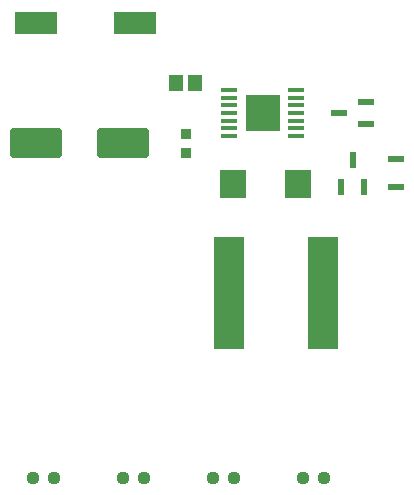
<source format=gbr>
%TF.GenerationSoftware,KiCad,Pcbnew,7.0.8*%
%TF.CreationDate,2024-03-05T19:06:49-05:00*%
%TF.ProjectId,UpdatedPCB2024,55706461-7465-4645-9043-42323032342e,rev?*%
%TF.SameCoordinates,Original*%
%TF.FileFunction,Paste,Top*%
%TF.FilePolarity,Positive*%
%FSLAX46Y46*%
G04 Gerber Fmt 4.6, Leading zero omitted, Abs format (unit mm)*
G04 Created by KiCad (PCBNEW 7.0.8) date 2024-03-05 19:06:49*
%MOMM*%
%LPD*%
G01*
G04 APERTURE LIST*
G04 Aperture macros list*
%AMRoundRect*
0 Rectangle with rounded corners*
0 $1 Rounding radius*
0 $2 $3 $4 $5 $6 $7 $8 $9 X,Y pos of 4 corners*
0 Add a 4 corners polygon primitive as box body*
4,1,4,$2,$3,$4,$5,$6,$7,$8,$9,$2,$3,0*
0 Add four circle primitives for the rounded corners*
1,1,$1+$1,$2,$3*
1,1,$1+$1,$4,$5*
1,1,$1+$1,$6,$7*
1,1,$1+$1,$8,$9*
0 Add four rect primitives between the rounded corners*
20,1,$1+$1,$2,$3,$4,$5,0*
20,1,$1+$1,$4,$5,$6,$7,0*
20,1,$1+$1,$6,$7,$8,$9,0*
20,1,$1+$1,$8,$9,$2,$3,0*%
G04 Aperture macros list end*
%ADD10R,1.422400X0.558800*%
%ADD11R,0.965200X0.863600*%
%ADD12R,2.540000X9.530000*%
%ADD13R,3.657600X1.905000*%
%ADD14RoundRect,0.237500X-0.250000X-0.237500X0.250000X-0.237500X0.250000X0.237500X-0.250000X0.237500X0*%
%ADD15RoundRect,0.250000X1.950000X1.000000X-1.950000X1.000000X-1.950000X-1.000000X1.950000X-1.000000X0*%
%ADD16R,1.305598X1.449997*%
%ADD17R,0.558800X1.422400*%
%ADD18R,1.447800X0.558800*%
%ADD19R,2.260600X2.489200*%
%ADD20R,1.422400X0.355600*%
%ADD21R,2.997200X3.098800*%
G04 APERTURE END LIST*
D10*
%TO.C,Q2*%
X116858000Y-104710001D03*
X116858000Y-102809999D03*
X114572000Y-103760000D03*
%TD*%
D11*
%TO.C,C2*%
X101600000Y-107100100D03*
X101600000Y-105499900D03*
%TD*%
D12*
%TO.C,L1*%
X105265000Y-119000000D03*
X113175000Y-119000000D03*
%TD*%
D13*
%TO.C,C1*%
X97256600Y-96140000D03*
X88900000Y-96140000D03*
%TD*%
D14*
%TO.C,R2*%
X96238500Y-134620000D03*
X98063500Y-134620000D03*
%TD*%
D15*
%TO.C,C5*%
X96300000Y-106300000D03*
X88900000Y-106300000D03*
%TD*%
D16*
%TO.C,C4*%
X102402799Y-101220000D03*
X100797201Y-101220000D03*
%TD*%
D14*
%TO.C,R1*%
X88618500Y-134620000D03*
X90443500Y-134620000D03*
%TD*%
D17*
%TO.C,Q1*%
X114764999Y-109983000D03*
X116665001Y-109983000D03*
X115715000Y-107697000D03*
%TD*%
D18*
%TO.C,C3*%
X119380000Y-107658900D03*
X119380000Y-110021100D03*
%TD*%
D19*
%TO.C,C6*%
X105555000Y-109728000D03*
X111092200Y-109728000D03*
%TD*%
D14*
%TO.C,R4*%
X111478500Y-134620000D03*
X113303500Y-134620000D03*
%TD*%
%TO.C,R3*%
X103858500Y-134620000D03*
X105683500Y-134620000D03*
%TD*%
D20*
%TO.C,U3*%
X105250200Y-101809999D03*
X105250200Y-102460000D03*
X105250200Y-103110001D03*
X105250200Y-103760000D03*
X105250200Y-104409999D03*
X105250200Y-105060000D03*
X105250200Y-105709999D03*
X110939800Y-105710001D03*
X110939800Y-105060000D03*
X110939800Y-104410001D03*
X110939800Y-103760000D03*
X110939800Y-103110001D03*
X110939800Y-102460000D03*
X110939800Y-101810001D03*
D21*
X108095000Y-103760000D03*
%TD*%
M02*

</source>
